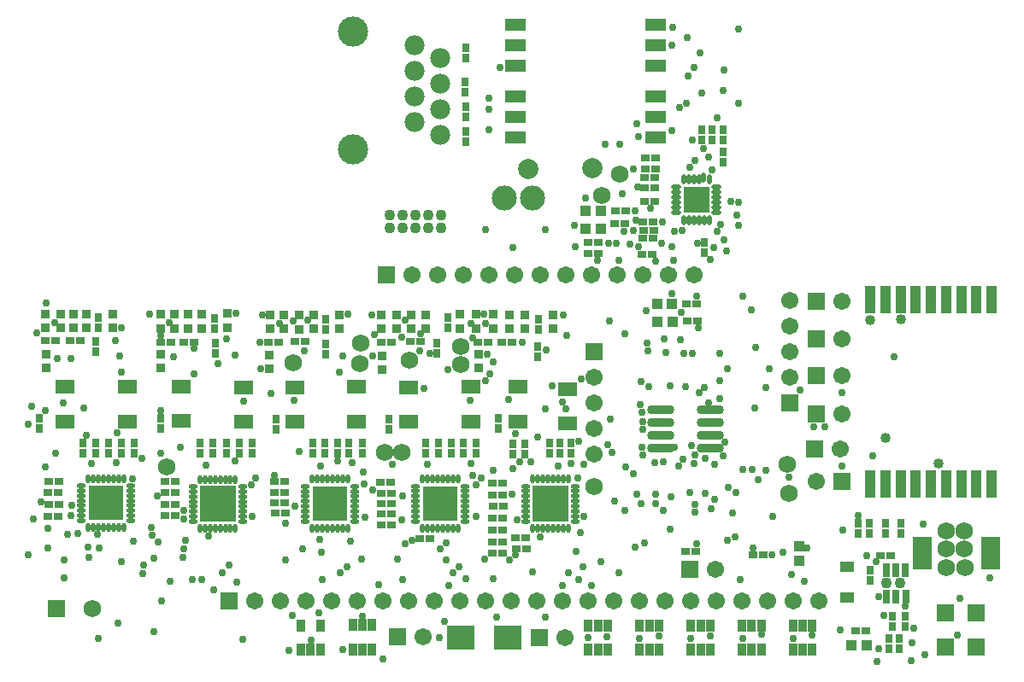
<source format=gts>
%FSLAX24Y24*%
%MOIN*%
G70*
G01*
G75*
G04 Layer_Color=8388736*
%ADD10R,0.0250X0.0200*%
%ADD11R,0.0362X0.0984*%
%ADD12R,0.0276X0.0394*%
%ADD13R,0.0689X0.1181*%
%ADD14R,0.0984X0.0866*%
%ADD15R,0.0200X0.0250*%
%ADD16R,0.0276X0.0394*%
%ADD17R,0.0315X0.0315*%
%ADD18R,0.0669X0.0492*%
%ADD19R,0.0300X0.0300*%
%ADD20R,0.0906X0.0906*%
%ADD21R,0.0600X0.0600*%
%ADD22R,0.0472X0.0354*%
%ADD23R,0.0472X0.0354*%
%ADD24R,0.0315X0.0315*%
%ADD25R,0.0236X0.0472*%
%ADD26O,0.0315X0.0098*%
%ADD27O,0.0098X0.0315*%
%ADD28O,0.0276X0.0098*%
%ADD29O,0.0098X0.0276*%
%ADD30R,0.1299X0.1299*%
%ADD31R,0.0750X0.0400*%
%ADD32R,0.1358X0.1358*%
%ADD33O,0.0984X0.0276*%
%ADD34C,0.0120*%
%ADD35C,0.0100*%
%ADD36C,0.0080*%
%ADD37C,0.0150*%
%ADD38C,0.0300*%
%ADD39C,0.0200*%
%ADD40C,0.0276*%
%ADD41C,0.0600*%
%ADD42C,0.0220*%
%ADD43C,0.0350*%
%ADD44C,0.0700*%
%ADD45C,0.1100*%
%ADD46R,0.0591X0.0591*%
%ADD47C,0.0591*%
%ADD48C,0.0320*%
%ADD49C,0.0354*%
%ADD50R,0.0591X0.0591*%
%ADD51R,0.0600X0.0600*%
%ADD52C,0.0710*%
%ADD53C,0.0900*%
%ADD54C,0.0400*%
G04:AMPARAMS|DCode=55|XSize=42mil|YSize=42mil|CornerRadius=0mil|HoleSize=0mil|Usage=FLASHONLY|Rotation=0.000|XOffset=0mil|YOffset=0mil|HoleType=Round|Shape=Relief|Width=5mil|Gap=5mil|Entries=4|*
%AMTHD55*
7,0,0,0.0420,0.0320,0.0050,45*
%
%ADD55THD55*%
%ADD56C,0.0420*%
%ADD57C,0.0500*%
%ADD58C,0.1400*%
%ADD59C,0.0654*%
%ADD60C,0.0497*%
G04:AMPARAMS|DCode=61|XSize=49.685mil|YSize=49.685mil|CornerRadius=0mil|HoleSize=0mil|Usage=FLASHONLY|Rotation=0.000|XOffset=0mil|YOffset=0mil|HoleType=Round|Shape=Relief|Width=5mil|Gap=5mil|Entries=4|*
%AMTHD61*
7,0,0,0.0497,0.0397,0.0050,45*
%
%ADD61THD61*%
G04:AMPARAMS|DCode=62|XSize=65.433mil|YSize=65.433mil|CornerRadius=0mil|HoleSize=0mil|Usage=FLASHONLY|Rotation=0.000|XOffset=0mil|YOffset=0mil|HoleType=Round|Shape=Relief|Width=5mil|Gap=5mil|Entries=4|*
%AMTHD62*
7,0,0,0.0654,0.0554,0.0050,45*
%
%ADD62THD62*%
G04:AMPARAMS|DCode=63|XSize=60mil|YSize=60mil|CornerRadius=0mil|HoleSize=0mil|Usage=FLASHONLY|Rotation=0.000|XOffset=0mil|YOffset=0mil|HoleType=Round|Shape=Relief|Width=5mil|Gap=5mil|Entries=4|*
%AMTHD63*
7,0,0,0.0600,0.0500,0.0050,45*
%
%ADD63THD63*%
%ADD64C,0.0770*%
%ADD65C,0.0480*%
%ADD66C,0.0090*%
G04:AMPARAMS|DCode=67|XSize=50mil|YSize=50mil|CornerRadius=0mil|HoleSize=0mil|Usage=FLASHONLY|Rotation=0.000|XOffset=0mil|YOffset=0mil|HoleType=Round|Shape=Relief|Width=5mil|Gap=5mil|Entries=4|*
%AMTHD67*
7,0,0,0.0500,0.0400,0.0050,45*
%
%ADD67THD67*%
G04:AMPARAMS|DCode=68|XSize=48mil|YSize=48mil|CornerRadius=0mil|HoleSize=0mil|Usage=FLASHONLY|Rotation=0.000|XOffset=0mil|YOffset=0mil|HoleType=Round|Shape=Relief|Width=5mil|Gap=5mil|Entries=4|*
%AMTHD68*
7,0,0,0.0480,0.0380,0.0050,45*
%
%ADD68THD68*%
%ADD69R,0.0709X0.0394*%
%ADD70R,0.0472X0.0551*%
%ADD71R,0.0394X0.0394*%
%ADD72R,0.0866X0.0984*%
%ADD73R,0.0551X0.0472*%
%ADD74O,0.0709X0.0118*%
%ADD75O,0.0118X0.0709*%
%ADD76R,0.0360X0.0360*%
%ADD77R,0.0360X0.0500*%
%ADD78R,0.0315X0.0354*%
%ADD79R,0.0300X0.0300*%
%ADD80R,0.0709X0.0433*%
%ADD81C,0.0040*%
%ADD82C,0.0098*%
%ADD83C,0.0060*%
%ADD84C,0.0050*%
%ADD85C,0.0197*%
%ADD86C,0.0079*%
%ADD87C,0.0157*%
%ADD88C,0.0030*%
%ADD89C,0.0059*%
%ADD90R,0.0330X0.0280*%
%ADD91R,0.0442X0.1064*%
%ADD92R,0.0356X0.0474*%
%ADD93R,0.0769X0.1261*%
%ADD94R,0.1064X0.0946*%
%ADD95R,0.0280X0.0330*%
%ADD96R,0.0356X0.0474*%
%ADD97R,0.0395X0.0395*%
%ADD98R,0.0749X0.0572*%
%ADD99R,0.0380X0.0380*%
%ADD100R,0.0986X0.0986*%
%ADD101R,0.0680X0.0680*%
%ADD102R,0.0552X0.0434*%
%ADD103R,0.0552X0.0434*%
%ADD104R,0.0395X0.0395*%
%ADD105R,0.0316X0.0552*%
%ADD106O,0.0395X0.0178*%
%ADD107O,0.0178X0.0395*%
%ADD108O,0.0356X0.0178*%
%ADD109O,0.0178X0.0356*%
%ADD110R,0.1379X0.1379*%
%ADD111R,0.0830X0.0480*%
%ADD112R,0.1438X0.1438*%
%ADD113O,0.1064X0.0356*%
%ADD114C,0.0680*%
%ADD115C,0.0300*%
%ADD116C,0.0430*%
%ADD117C,0.0780*%
%ADD118C,0.1180*%
%ADD119R,0.0671X0.0671*%
%ADD120C,0.0671*%
%ADD121C,0.0400*%
%ADD122C,0.0434*%
%ADD123R,0.0671X0.0671*%
%ADD124R,0.0680X0.0680*%
%ADD125C,0.0790*%
%ADD126C,0.0980*%
D90*
X23510Y16535D02*
D03*
X23110D02*
D03*
X25276Y17441D02*
D03*
X25676D02*
D03*
X25354Y20276D02*
D03*
X25754D02*
D03*
X25309Y19488D02*
D03*
X25709D02*
D03*
X25236Y16496D02*
D03*
X25636D02*
D03*
X23110Y16968D02*
D03*
X23510D02*
D03*
X15041Y6755D02*
D03*
X15441Y6755D02*
D03*
X15041Y6365D02*
D03*
X15441D02*
D03*
X34511Y4725D02*
D03*
X34911D02*
D03*
X2081Y7625D02*
D03*
X2481D02*
D03*
X2061Y6255D02*
D03*
X2461D02*
D03*
X2081Y6735D02*
D03*
X2481D02*
D03*
X2071Y7185D02*
D03*
X2471Y7185D02*
D03*
X33571Y1785D02*
D03*
X33971D02*
D03*
X1961Y13125D02*
D03*
X2361D02*
D03*
X3331Y13135D02*
D03*
X2931D02*
D03*
X7771Y13075D02*
D03*
X7371D02*
D03*
X6441D02*
D03*
X6841D02*
D03*
X6631Y7185D02*
D03*
X7031Y7185D02*
D03*
X6621Y6285D02*
D03*
X7021Y6285D02*
D03*
X6631Y7625D02*
D03*
X7031Y7625D02*
D03*
X6631Y6735D02*
D03*
X7031D02*
D03*
X10661Y13075D02*
D03*
X11061D02*
D03*
X11681Y13085D02*
D03*
X12081D02*
D03*
X10911Y6405D02*
D03*
X11311D02*
D03*
X10901Y6815D02*
D03*
X11301D02*
D03*
X10901Y7625D02*
D03*
X11301D02*
D03*
X10901Y7215D02*
D03*
X11301D02*
D03*
X15051Y13075D02*
D03*
X15451D02*
D03*
X16591Y13085D02*
D03*
X16191D02*
D03*
X19401Y7575D02*
D03*
X19801D02*
D03*
X19411Y6665D02*
D03*
X19811Y6665D02*
D03*
X19401Y7115D02*
D03*
X19801D02*
D03*
X20151Y13055D02*
D03*
X19751D02*
D03*
X18821D02*
D03*
X19221D02*
D03*
X25709Y19100D02*
D03*
X25309D02*
D03*
X25748Y19843D02*
D03*
X25348D02*
D03*
X25669Y17756D02*
D03*
X25269D02*
D03*
X25669Y17126D02*
D03*
X25269D02*
D03*
X25711Y18575D02*
D03*
X25311D02*
D03*
X24161Y17705D02*
D03*
X24561D02*
D03*
X24191Y18215D02*
D03*
X24591D02*
D03*
X29571Y4775D02*
D03*
X29971D02*
D03*
X15031Y7595D02*
D03*
X15431D02*
D03*
X27401Y13905D02*
D03*
X27001D02*
D03*
X27341Y14555D02*
D03*
X26941D02*
D03*
X15041Y7165D02*
D03*
X15441D02*
D03*
X16561Y5385D02*
D03*
X16961D02*
D03*
X15441Y5925D02*
D03*
X15041D02*
D03*
X19401Y4835D02*
D03*
X19801D02*
D03*
X19801Y5275D02*
D03*
X19401D02*
D03*
X19401Y5725D02*
D03*
X19801D02*
D03*
X19401Y6185D02*
D03*
X19801D02*
D03*
X20301Y5435D02*
D03*
X20701Y5435D02*
D03*
X20711Y5005D02*
D03*
X20311D02*
D03*
X26931Y4895D02*
D03*
X27331D02*
D03*
D91*
X38858Y14724D02*
D03*
X38268Y14724D02*
D03*
X37677D02*
D03*
X37087D02*
D03*
X36496Y14724D02*
D03*
X35906D02*
D03*
X35315D02*
D03*
X34724D02*
D03*
X34134D02*
D03*
Y7520D02*
D03*
X34724D02*
D03*
X35315D02*
D03*
X35906D02*
D03*
X36496D02*
D03*
X37087D02*
D03*
X37677D02*
D03*
X38268D02*
D03*
X38858D02*
D03*
D92*
X11929Y1063D02*
D03*
X12303D02*
D03*
X12677D02*
D03*
X11929Y2008D02*
D03*
X12677D02*
D03*
D93*
X38809Y4835D02*
D03*
X36151Y4845D02*
D03*
D94*
X18150Y1532D02*
D03*
X20001D02*
D03*
D95*
X28386Y20115D02*
D03*
Y20515D02*
D03*
X34131Y4165D02*
D03*
Y3765D02*
D03*
X18341Y22255D02*
D03*
Y21855D02*
D03*
X18331Y23245D02*
D03*
Y22845D02*
D03*
X18341Y20915D02*
D03*
Y21315D02*
D03*
X18371Y24175D02*
D03*
Y24575D02*
D03*
X6461Y10085D02*
D03*
Y9685D02*
D03*
X5411Y9135D02*
D03*
Y8735D02*
D03*
X4911Y8745D02*
D03*
Y9145D02*
D03*
X3411Y8735D02*
D03*
Y9135D02*
D03*
X35311Y5595D02*
D03*
Y5995D02*
D03*
X34091Y5595D02*
D03*
Y5995D02*
D03*
X9011Y8735D02*
D03*
Y9135D02*
D03*
X10031D02*
D03*
Y8735D02*
D03*
X4411Y8737D02*
D03*
Y9137D02*
D03*
X9521Y8735D02*
D03*
Y9135D02*
D03*
X8491D02*
D03*
Y8735D02*
D03*
X8581Y12635D02*
D03*
Y13035D02*
D03*
X8551Y13605D02*
D03*
Y14005D02*
D03*
X7981Y8735D02*
D03*
Y9135D02*
D03*
X13351Y9125D02*
D03*
Y8725D02*
D03*
X13801Y8735D02*
D03*
Y9135D02*
D03*
X14311D02*
D03*
Y8735D02*
D03*
X12891Y12615D02*
D03*
Y13015D02*
D03*
X12871Y9135D02*
D03*
Y8735D02*
D03*
X10941Y9665D02*
D03*
Y10065D02*
D03*
X18271Y8735D02*
D03*
Y9135D02*
D03*
X17791Y8735D02*
D03*
Y9135D02*
D03*
X18771Y9145D02*
D03*
Y8745D02*
D03*
X16791Y8735D02*
D03*
Y9135D02*
D03*
X17661Y13635D02*
D03*
Y14035D02*
D03*
X17291Y8735D02*
D03*
Y9135D02*
D03*
X17221Y12635D02*
D03*
Y13035D02*
D03*
X15361Y9665D02*
D03*
Y10065D02*
D03*
X22471Y9125D02*
D03*
Y8725D02*
D03*
X21171Y12905D02*
D03*
Y12505D02*
D03*
X22031Y8725D02*
D03*
X22031Y9125D02*
D03*
X21181Y13575D02*
D03*
Y13975D02*
D03*
X21611Y8725D02*
D03*
Y9125D02*
D03*
X20176Y8715D02*
D03*
Y9115D02*
D03*
X20669Y8694D02*
D03*
X20669Y9094D02*
D03*
X19621Y9685D02*
D03*
Y10085D02*
D03*
X27560Y21374D02*
D03*
Y20974D02*
D03*
X27953D02*
D03*
Y21374D02*
D03*
X28386Y20974D02*
D03*
Y21374D02*
D03*
X3921Y12695D02*
D03*
Y13095D02*
D03*
X4011Y14045D02*
D03*
Y13645D02*
D03*
X1721Y9685D02*
D03*
Y10085D02*
D03*
X33641Y5995D02*
D03*
Y5595D02*
D03*
X3911Y8737D02*
D03*
Y9137D02*
D03*
X12381Y8735D02*
D03*
Y9135D02*
D03*
X12891Y13575D02*
D03*
Y13975D02*
D03*
X34731Y5595D02*
D03*
Y5995D02*
D03*
X34981Y1965D02*
D03*
Y2365D02*
D03*
X35501Y1975D02*
D03*
Y2375D02*
D03*
X35271Y1505D02*
D03*
Y1105D02*
D03*
X34851D02*
D03*
Y1505D02*
D03*
X27671Y16565D02*
D03*
Y16965D02*
D03*
D96*
X13957Y1075D02*
D03*
D03*
X14331D02*
D03*
X14705Y1075D02*
D03*
X13957Y2020D02*
D03*
X14331D02*
D03*
X14705D02*
D03*
X31117Y1070D02*
D03*
D03*
X31491D02*
D03*
X31865D02*
D03*
X31117Y2015D02*
D03*
X31491D02*
D03*
X31865D02*
D03*
X29127Y1055D02*
D03*
D03*
X29501D02*
D03*
X29875D02*
D03*
X29127Y2000D02*
D03*
X29501D02*
D03*
X29875D02*
D03*
X27137Y1060D02*
D03*
D03*
X27511D02*
D03*
X27885D02*
D03*
X27137Y2005D02*
D03*
X27511D02*
D03*
X27885D02*
D03*
X25133Y1065D02*
D03*
D03*
X25507D02*
D03*
X25881D02*
D03*
X25133Y2010D02*
D03*
X25507D02*
D03*
X25881D02*
D03*
X23137Y1060D02*
D03*
D03*
X23511D02*
D03*
X23885D02*
D03*
X23137Y2005D02*
D03*
X23511D02*
D03*
X23885D02*
D03*
D97*
X31361Y5116D02*
D03*
Y4525D02*
D03*
D98*
X11701Y11315D02*
D03*
Y9965D02*
D03*
X20401Y11325D02*
D03*
Y9975D02*
D03*
X5161Y9975D02*
D03*
Y11325D02*
D03*
X9701Y9965D02*
D03*
Y11315D02*
D03*
X7251Y11335D02*
D03*
Y9985D02*
D03*
X14081Y9975D02*
D03*
Y11325D02*
D03*
X18541D02*
D03*
Y9975D02*
D03*
X2711Y11325D02*
D03*
Y9975D02*
D03*
X16121Y11305D02*
D03*
Y9955D02*
D03*
X22331Y11235D02*
D03*
Y9885D02*
D03*
D99*
X1971Y13625D02*
D03*
Y14175D02*
D03*
X20051Y13585D02*
D03*
Y14135D02*
D03*
X15081Y11985D02*
D03*
Y12535D02*
D03*
X2541Y13625D02*
D03*
Y14175D02*
D03*
X3041Y13625D02*
D03*
Y14175D02*
D03*
X7511Y13615D02*
D03*
Y14165D02*
D03*
X6981Y13615D02*
D03*
Y14165D02*
D03*
X6441Y13615D02*
D03*
Y14165D02*
D03*
X9061Y13635D02*
D03*
Y14185D02*
D03*
X8061Y13615D02*
D03*
Y14165D02*
D03*
X10711Y13585D02*
D03*
Y14135D02*
D03*
X11851Y13575D02*
D03*
Y14125D02*
D03*
X11271Y13585D02*
D03*
Y14135D02*
D03*
X6461Y12055D02*
D03*
Y12605D02*
D03*
X10681Y12575D02*
D03*
Y12025D02*
D03*
X13411Y13595D02*
D03*
Y14145D02*
D03*
X12420Y13585D02*
D03*
Y14135D02*
D03*
X16221Y13585D02*
D03*
Y14135D02*
D03*
X15641Y13585D02*
D03*
Y14135D02*
D03*
X15071Y13585D02*
D03*
Y14135D02*
D03*
X18121Y13605D02*
D03*
Y14155D02*
D03*
X16781Y14135D02*
D03*
Y13585D02*
D03*
X21761D02*
D03*
Y14135D02*
D03*
X19431Y13605D02*
D03*
Y14155D02*
D03*
X18771Y13605D02*
D03*
Y14155D02*
D03*
X20641Y13585D02*
D03*
Y14135D02*
D03*
X4591Y14175D02*
D03*
Y13625D02*
D03*
X1981Y12065D02*
D03*
Y12615D02*
D03*
X3551Y13625D02*
D03*
Y14175D02*
D03*
X18851Y12065D02*
D03*
Y12615D02*
D03*
D100*
X27350Y18638D02*
D03*
D101*
X38241Y1165D02*
D03*
Y2515D02*
D03*
X37051Y1165D02*
D03*
Y2515D02*
D03*
D102*
X33231Y4305D02*
D03*
D103*
Y3105D02*
D03*
D104*
X23623Y18186D02*
D03*
X23032D02*
D03*
X33391Y1235D02*
D03*
X33982D02*
D03*
X23623Y17516D02*
D03*
X23032D02*
D03*
X25821Y13875D02*
D03*
X26412D02*
D03*
X25811Y14575D02*
D03*
X26402D02*
D03*
D105*
X35491Y4165D02*
D03*
X35117D02*
D03*
X34743D02*
D03*
X35511Y3142D02*
D03*
X35117D02*
D03*
X34743D02*
D03*
D106*
X28137Y19130D02*
D03*
Y18933D02*
D03*
Y18736D02*
D03*
Y18539D02*
D03*
Y18343D02*
D03*
Y18146D02*
D03*
X26562D02*
D03*
Y18343D02*
D03*
Y18539D02*
D03*
Y18736D02*
D03*
Y19130D02*
D03*
Y18933D02*
D03*
D107*
X27842Y17850D02*
D03*
X27645D02*
D03*
X27251D02*
D03*
X27054D02*
D03*
X26858D02*
D03*
Y19425D02*
D03*
X27054D02*
D03*
X27251D02*
D03*
X27448D02*
D03*
X27638Y19485D02*
D03*
X27842Y19425D02*
D03*
X27448Y17850D02*
D03*
D108*
X5286Y6096D02*
D03*
Y6490D02*
D03*
Y6687D02*
D03*
Y6884D02*
D03*
Y7081D02*
D03*
Y7277D02*
D03*
Y7474D02*
D03*
X3357D02*
D03*
Y7277D02*
D03*
Y7081D02*
D03*
Y6884D02*
D03*
Y6687D02*
D03*
Y6490D02*
D03*
Y6293D02*
D03*
Y6096D02*
D03*
X14016Y6066D02*
D03*
Y6263D02*
D03*
Y6460D02*
D03*
Y6657D02*
D03*
Y6854D02*
D03*
Y7051D02*
D03*
Y7247D02*
D03*
Y7444D02*
D03*
X12087D02*
D03*
Y7247D02*
D03*
Y7051D02*
D03*
Y6854D02*
D03*
Y6657D02*
D03*
Y6460D02*
D03*
Y6263D02*
D03*
Y6066D02*
D03*
X18324Y6072D02*
D03*
Y6269D02*
D03*
Y6465D02*
D03*
Y6662D02*
D03*
Y6859D02*
D03*
Y7056D02*
D03*
Y7253D02*
D03*
Y7450D02*
D03*
X16395D02*
D03*
Y7253D02*
D03*
Y7056D02*
D03*
Y6859D02*
D03*
Y6662D02*
D03*
Y6465D02*
D03*
Y6269D02*
D03*
Y6072D02*
D03*
X5286Y6293D02*
D03*
X9644Y6062D02*
D03*
Y6259D02*
D03*
Y6455D02*
D03*
Y6652D02*
D03*
Y6849D02*
D03*
Y7046D02*
D03*
Y7243D02*
D03*
Y7440D02*
D03*
X7715D02*
D03*
Y7243D02*
D03*
Y7046D02*
D03*
Y6849D02*
D03*
Y6652D02*
D03*
Y6455D02*
D03*
Y6259D02*
D03*
Y6062D02*
D03*
X22625Y6072D02*
D03*
Y6269D02*
D03*
Y6465D02*
D03*
Y6662D02*
D03*
Y6859D02*
D03*
Y7056D02*
D03*
Y7253D02*
D03*
Y7450D02*
D03*
X20696D02*
D03*
Y7253D02*
D03*
Y7056D02*
D03*
Y6859D02*
D03*
Y6662D02*
D03*
Y6465D02*
D03*
Y6269D02*
D03*
Y6072D02*
D03*
D109*
X5010Y7750D02*
D03*
X4813D02*
D03*
X4617D02*
D03*
X4420D02*
D03*
X4223D02*
D03*
X4026D02*
D03*
X3829D02*
D03*
X3632D02*
D03*
Y5821D02*
D03*
X3829D02*
D03*
X4026D02*
D03*
X4223D02*
D03*
X4420D02*
D03*
X4617D02*
D03*
X4813D02*
D03*
X5010D02*
D03*
X13740Y7720D02*
D03*
X13543D02*
D03*
X13347D02*
D03*
X13150D02*
D03*
X12953D02*
D03*
X12756D02*
D03*
X12559D02*
D03*
X12362D02*
D03*
Y5791D02*
D03*
X12559D02*
D03*
X12756D02*
D03*
X12953D02*
D03*
X13150D02*
D03*
X13347D02*
D03*
X13543D02*
D03*
X13740D02*
D03*
X18049Y7725D02*
D03*
X17852D02*
D03*
X17655D02*
D03*
X17458D02*
D03*
X17261D02*
D03*
X17064D02*
D03*
X16868D02*
D03*
X16671D02*
D03*
Y5796D02*
D03*
X16868D02*
D03*
X17064D02*
D03*
X17261D02*
D03*
X17458D02*
D03*
X17655D02*
D03*
X17852D02*
D03*
X18049D02*
D03*
X9369Y7715D02*
D03*
X9172D02*
D03*
X8975D02*
D03*
X8778D02*
D03*
X8581D02*
D03*
X8384D02*
D03*
X7991D02*
D03*
Y5786D02*
D03*
X8188D02*
D03*
X8384D02*
D03*
X8581D02*
D03*
X8778D02*
D03*
X8975D02*
D03*
X9172D02*
D03*
X9369D02*
D03*
X22349Y7725D02*
D03*
X22152D02*
D03*
X21956D02*
D03*
X21759D02*
D03*
X21562D02*
D03*
X21168D02*
D03*
X20971D02*
D03*
Y5796D02*
D03*
X21168D02*
D03*
X21365D02*
D03*
X21562D02*
D03*
X21759D02*
D03*
X21956D02*
D03*
X22152D02*
D03*
X22349D02*
D03*
X8188Y7715D02*
D03*
X21365Y7725D02*
D03*
D110*
X4321Y6785D02*
D03*
X13051Y6755D02*
D03*
X17360Y6761D02*
D03*
D111*
X20299Y21074D02*
D03*
Y21874D02*
D03*
Y22674D02*
D03*
Y23874D02*
D03*
Y24674D02*
D03*
Y25474D02*
D03*
X25749D02*
D03*
Y24674D02*
D03*
Y23874D02*
D03*
Y22674D02*
D03*
Y21874D02*
D03*
Y21074D02*
D03*
D112*
X8680Y6751D02*
D03*
X21660Y6761D02*
D03*
D113*
X25947Y10445D02*
D03*
Y9945D02*
D03*
Y9445D02*
D03*
Y8945D02*
D03*
X27876Y10445D02*
D03*
Y9945D02*
D03*
Y9445D02*
D03*
Y8945D02*
D03*
D114*
X23651Y18815D02*
D03*
X6693Y8189D02*
D03*
X24371Y19635D02*
D03*
X23341Y7445D02*
D03*
X30941Y7155D02*
D03*
X30881Y8305D02*
D03*
X18150Y12913D02*
D03*
X18151Y12185D02*
D03*
X16141Y12355D02*
D03*
X15191Y8765D02*
D03*
X15871Y8775D02*
D03*
X14221Y12235D02*
D03*
X14241Y13035D02*
D03*
X11631Y12275D02*
D03*
X3780Y2677D02*
D03*
X37087Y5709D02*
D03*
Y5000D02*
D03*
X37795D02*
D03*
X37835Y4252D02*
D03*
X37087D02*
D03*
X37795Y5709D02*
D03*
D115*
X21457Y17480D02*
D03*
X23504Y16260D02*
D03*
X25079Y16811D02*
D03*
X26024Y17756D02*
D03*
X25977Y16930D02*
D03*
X24882Y19843D02*
D03*
X24331Y16260D02*
D03*
X22638Y16811D02*
D03*
X25551Y18307D02*
D03*
X24951Y18195D02*
D03*
X29521Y8105D02*
D03*
X30041Y8065D02*
D03*
X29161Y8095D02*
D03*
X20472Y8386D02*
D03*
X35044Y12515D02*
D03*
X24370Y20787D02*
D03*
X20197Y16772D02*
D03*
X19111Y17464D02*
D03*
X9646Y1457D02*
D03*
X6191Y1772D02*
D03*
X4016Y1496D02*
D03*
X1291Y4764D02*
D03*
X1496Y6181D02*
D03*
X1969Y8189D02*
D03*
X1299Y9882D02*
D03*
X1417Y10551D02*
D03*
X34213Y8622D02*
D03*
X26496Y17402D02*
D03*
X23780Y20787D02*
D03*
X25748Y6772D02*
D03*
X24331Y4055D02*
D03*
X27245Y23815D02*
D03*
X28425Y23701D02*
D03*
X17362Y5000D02*
D03*
X20276Y4764D02*
D03*
X24528Y17402D02*
D03*
X11083Y13795D02*
D03*
X12205Y13937D02*
D03*
X17520Y2165D02*
D03*
X25197Y6772D02*
D03*
X28898Y7201D02*
D03*
X28071Y6926D02*
D03*
X25749Y7130D02*
D03*
X19681Y23785D02*
D03*
X1971Y10385D02*
D03*
X1611Y13425D02*
D03*
X2941Y12435D02*
D03*
X2001Y14605D02*
D03*
X7771Y12835D02*
D03*
X11621Y13915D02*
D03*
X20956Y4100D02*
D03*
X29051Y3805D02*
D03*
X22671Y4915D02*
D03*
X6351Y5255D02*
D03*
X6121Y5525D02*
D03*
X18941Y7765D02*
D03*
X25161Y10635D02*
D03*
X25181Y11525D02*
D03*
X26081Y13215D02*
D03*
X19431Y8065D02*
D03*
X26391Y16785D02*
D03*
X24881Y17425D02*
D03*
X30301Y4775D02*
D03*
X33641Y6295D02*
D03*
X33071Y5725D02*
D03*
X34441Y3145D02*
D03*
X31551Y3725D02*
D03*
X31641Y5045D02*
D03*
X30721Y4855D02*
D03*
X29571Y5035D02*
D03*
X29761Y7695D02*
D03*
X27281Y6735D02*
D03*
X27351Y5205D02*
D03*
X25241Y9665D02*
D03*
X19431Y3825D02*
D03*
X21461Y2325D02*
D03*
X22961Y8295D02*
D03*
X11441Y1035D02*
D03*
X19551Y2345D02*
D03*
X21453Y10453D02*
D03*
X22271D02*
D03*
X26331Y11355D02*
D03*
X15121Y705D02*
D03*
X11591Y2395D02*
D03*
X12321Y1425D02*
D03*
X14331Y2365D02*
D03*
X13571Y1075D02*
D03*
X33031Y11085D02*
D03*
X29611Y10485D02*
D03*
X30951Y7785D02*
D03*
X29501Y14325D02*
D03*
X28581Y7385D02*
D03*
X30311Y6265D02*
D03*
X30191Y12025D02*
D03*
X31401Y11185D02*
D03*
X29141Y14855D02*
D03*
X27371D02*
D03*
X27441Y11095D02*
D03*
X26141Y12655D02*
D03*
X25431Y13035D02*
D03*
X21141Y9365D02*
D03*
X25451Y12725D02*
D03*
X27191Y12635D02*
D03*
X26851D02*
D03*
X29641Y12865D02*
D03*
X26381Y14955D02*
D03*
X27421Y13625D02*
D03*
X27891Y16295D02*
D03*
X28551Y12035D02*
D03*
X28261Y12635D02*
D03*
X26921Y11335D02*
D03*
X22291Y13335D02*
D03*
X19051Y14165D02*
D03*
X19121Y13785D02*
D03*
X24541Y13385D02*
D03*
X20031Y10845D02*
D03*
X14961Y3595D02*
D03*
X14351Y7995D02*
D03*
X12621Y2485D02*
D03*
X11856Y8790D02*
D03*
X12741Y3815D02*
D03*
X11671Y10795D02*
D03*
X17601Y4555D02*
D03*
X18341Y3835D02*
D03*
X15881Y3805D02*
D03*
X15851Y6135D02*
D03*
X14721Y7295D02*
D03*
X15901Y7065D02*
D03*
X30061Y11305D02*
D03*
X22731Y7755D02*
D03*
X18741Y7505D02*
D03*
X14391Y7535D02*
D03*
X9981Y7515D02*
D03*
X5361Y7735D02*
D03*
X4741Y9525D02*
D03*
X4931Y11915D02*
D03*
X17581Y5245D02*
D03*
X16571Y12725D02*
D03*
X19131Y11555D02*
D03*
X18555Y8331D02*
D03*
X17651Y11985D02*
D03*
X14801Y13355D02*
D03*
X16951Y12645D02*
D03*
X16711Y11255D02*
D03*
X7221Y8965D02*
D03*
X10161Y7775D02*
D03*
X22971Y6275D02*
D03*
X18751Y6265D02*
D03*
X14431Y6235D02*
D03*
X10021Y6255D02*
D03*
X6101Y5845D02*
D03*
X25011Y7135D02*
D03*
X24961Y5075D02*
D03*
X18091Y4315D02*
D03*
X22761Y9205D02*
D03*
X22911Y4315D02*
D03*
X24041Y8765D02*
D03*
X23891Y9065D02*
D03*
X2661Y10685D02*
D03*
X22131Y10735D02*
D03*
X6441Y8735D02*
D03*
X23951Y13905D02*
D03*
X22851Y11635D02*
D03*
X25241Y9975D02*
D03*
X25231Y10325D02*
D03*
X26501Y8955D02*
D03*
X23981Y10075D02*
D03*
X17691Y3575D02*
D03*
X8536Y3400D02*
D03*
X11991Y4985D02*
D03*
X13731Y4315D02*
D03*
X13869Y5308D02*
D03*
X12731Y4865D02*
D03*
X14281Y4605D02*
D03*
X11691Y6665D02*
D03*
X11311Y5985D02*
D03*
X10901Y7875D02*
D03*
X13931Y8375D02*
D03*
X13541Y12535D02*
D03*
X13411Y11905D02*
D03*
X12071Y12745D02*
D03*
X10741Y11055D02*
D03*
X10331Y13075D02*
D03*
X13346Y8440D02*
D03*
X16581Y13385D02*
D03*
X16001Y13925D02*
D03*
X28771Y6395D02*
D03*
X28861Y5475D02*
D03*
X25316Y5233D02*
D03*
X27301Y6435D02*
D03*
X26341Y7045D02*
D03*
X27931Y6575D02*
D03*
X27271Y8335D02*
D03*
X27081Y7185D02*
D03*
X27681Y7175D02*
D03*
X31861Y1625D02*
D03*
X31115Y1509D02*
D03*
X29875Y1659D02*
D03*
X29141Y1495D02*
D03*
X27881Y1605D02*
D03*
X27131Y1485D02*
D03*
X25881Y1585D02*
D03*
X25121Y1495D02*
D03*
X31051Y3985D02*
D03*
X26071Y6495D02*
D03*
X24571D02*
D03*
X24141Y6855D02*
D03*
X23861Y1565D02*
D03*
X23131Y1545D02*
D03*
X28571Y5335D02*
D03*
X25497Y11335D02*
D03*
X27831Y10715D02*
D03*
X27661Y11315D02*
D03*
X28241Y11575D02*
D03*
X26671Y8225D02*
D03*
X22361Y4075D02*
D03*
X17841D02*
D03*
X13451Y4065D02*
D03*
X6191Y4635D02*
D03*
X7371Y4985D02*
D03*
X7311Y4675D02*
D03*
X8321Y5495D02*
D03*
X4041Y5035D02*
D03*
X3991Y5555D02*
D03*
X2071Y5035D02*
D03*
X3561Y9435D02*
D03*
X6461Y10395D02*
D03*
X9681Y10775D02*
D03*
X8691Y12235D02*
D03*
X22171Y14125D02*
D03*
X13761Y14155D02*
D03*
X18511Y10795D02*
D03*
X15861Y13255D02*
D03*
X14731Y12535D02*
D03*
X14681Y14135D02*
D03*
X10351Y12035D02*
D03*
X10431Y14125D02*
D03*
X5401Y5295D02*
D03*
X9431Y3685D02*
D03*
X7681Y3805D02*
D03*
X7421Y5325D02*
D03*
X8051Y3805D02*
D03*
X7341Y6155D02*
D03*
X7351Y6515D02*
D03*
X6311Y7075D02*
D03*
X6811Y3735D02*
D03*
X3661Y4655D02*
D03*
X2691Y3855D02*
D03*
Y4565D02*
D03*
X2821Y5565D02*
D03*
X2431Y12445D02*
D03*
X4681Y13145D02*
D03*
X3461Y10485D02*
D03*
X4931Y13645D02*
D03*
X6031Y14175D02*
D03*
X9381Y14215D02*
D03*
X9011Y13195D02*
D03*
X6441Y13345D02*
D03*
X9371Y12565D02*
D03*
X6941Y12485D02*
D03*
X6781Y13825D02*
D03*
X7771Y11835D02*
D03*
X9345Y8449D02*
D03*
X2991Y6685D02*
D03*
X1801Y6845D02*
D03*
X2051Y5785D02*
D03*
X2371Y8735D02*
D03*
X4801Y2095D02*
D03*
X5801Y4355D02*
D03*
X9121D02*
D03*
X5751Y4046D02*
D03*
X8851Y4055D02*
D03*
X3221Y5585D02*
D03*
X2971Y6305D02*
D03*
X3621Y5055D02*
D03*
X5731Y8535D02*
D03*
X6481Y2975D02*
D03*
X4931Y4515D02*
D03*
X15481Y8315D02*
D03*
X18611Y7875D02*
D03*
X20291Y9505D02*
D03*
X20551Y13065D02*
D03*
X19201Y12595D02*
D03*
X19431Y12305D02*
D03*
X21721Y11375D02*
D03*
X21501Y12755D02*
D03*
X18631Y13245D02*
D03*
X18571Y13815D02*
D03*
X22471Y8345D02*
D03*
X21951Y8245D02*
D03*
X19281Y11845D02*
D03*
X25221Y8975D02*
D03*
X26821Y8505D02*
D03*
X25251Y8655D02*
D03*
X24881Y7945D02*
D03*
X26047Y8417D02*
D03*
X25737Y8359D02*
D03*
X27146Y9030D02*
D03*
X26711Y13165D02*
D03*
X20161Y7125D02*
D03*
X20370Y6121D02*
D03*
X19101Y4605D02*
D03*
X20051Y4555D02*
D03*
X22831Y5635D02*
D03*
X37638Y3067D02*
D03*
X34391Y585D02*
D03*
X33986Y4750D02*
D03*
X36182Y5981D02*
D03*
X27091Y19885D02*
D03*
X24451Y18855D02*
D03*
X27281Y20155D02*
D03*
X28031Y16755D02*
D03*
X28301Y17675D02*
D03*
X27383Y16934D02*
D03*
X28411Y17055D02*
D03*
X24981Y17835D02*
D03*
X25041Y19145D02*
D03*
X28142Y17413D02*
D03*
X29001Y22415D02*
D03*
X27611Y20625D02*
D03*
X22591Y17645D02*
D03*
X27821Y20305D02*
D03*
X23011Y18695D02*
D03*
X28675Y18581D02*
D03*
X29001Y18535D02*
D03*
X28921Y18035D02*
D03*
X27941Y19785D02*
D03*
X24231Y16945D02*
D03*
X25381Y14295D02*
D03*
X26761Y14235D02*
D03*
X26471Y16265D02*
D03*
X25741Y16235D02*
D03*
X28511Y16635D02*
D03*
X26801Y17435D02*
D03*
X23921Y16945D02*
D03*
X15981Y5185D02*
D03*
X16248Y5340D02*
D03*
X15691Y4595D02*
D03*
X12641Y5365D02*
D03*
X28271Y10865D02*
D03*
X21241Y5465D02*
D03*
X4841Y12525D02*
D03*
X11331Y4575D02*
D03*
X24591Y8195D02*
D03*
X24751Y16895D02*
D03*
X26975Y24951D02*
D03*
X28977Y25311D02*
D03*
X26418Y25351D02*
D03*
X27481Y24367D02*
D03*
X26379Y24682D02*
D03*
X27009Y23461D02*
D03*
X28150Y21847D02*
D03*
X26969Y22398D02*
D03*
X25079Y21099D02*
D03*
X27540Y22793D02*
D03*
X27205Y20981D02*
D03*
X19253Y22162D02*
D03*
Y22595D02*
D03*
Y21374D02*
D03*
X38780Y3855D02*
D03*
X37520Y1650D02*
D03*
X26339Y5784D02*
D03*
X22131Y3575D02*
D03*
X22761Y3815D02*
D03*
X23261Y3575D02*
D03*
X23623Y4485D02*
D03*
X32953Y1847D02*
D03*
X34371Y4485D02*
D03*
X35473Y2752D02*
D03*
X36260Y863D02*
D03*
X34449Y1099D02*
D03*
X35721Y625D02*
D03*
X35741Y1345D02*
D03*
X35821Y1885D02*
D03*
X34646Y2398D02*
D03*
X17323Y1532D02*
D03*
X2323Y13819D02*
D03*
X4725Y8382D02*
D03*
X25039Y21614D02*
D03*
X28386Y22913D02*
D03*
X26379Y21335D02*
D03*
X26694Y22241D02*
D03*
X3760Y8327D02*
D03*
X8228Y8268D02*
D03*
X12677Y8228D02*
D03*
X16850Y8307D02*
D03*
X20176Y8147D02*
D03*
X20878Y8394D02*
D03*
X27701Y8525D02*
D03*
X28041Y8305D02*
D03*
X28465Y9173D02*
D03*
X28386Y8622D02*
D03*
X27283Y8661D02*
D03*
X32362Y9764D02*
D03*
X31929D02*
D03*
X28976Y17638D02*
D03*
X33031Y8228D02*
D03*
D116*
X35276Y3661D02*
D03*
X34764D02*
D03*
D117*
X17361Y22155D02*
D03*
X16361Y21655D02*
D03*
X16361Y23655D02*
D03*
X17361Y24155D02*
D03*
X16361Y22655D02*
D03*
X17351Y21155D02*
D03*
X16351Y24655D02*
D03*
X17351Y23155D02*
D03*
D118*
X13951Y20605D02*
D03*
Y25205D02*
D03*
D119*
X15691Y1565D02*
D03*
X32021Y13215D02*
D03*
X31969Y8898D02*
D03*
X32008Y10276D02*
D03*
X33021Y7645D02*
D03*
X32021Y11775D02*
D03*
X32011Y14675D02*
D03*
X9131Y2965D02*
D03*
X21231Y1545D02*
D03*
X15261Y15715D02*
D03*
X27081Y4215D02*
D03*
D120*
X16691Y1565D02*
D03*
X33021Y13215D02*
D03*
X32968Y8898D02*
D03*
X33008Y10276D02*
D03*
X32021Y7645D02*
D03*
X33021Y11775D02*
D03*
X33011Y14675D02*
D03*
X30984Y14709D02*
D03*
Y13709D02*
D03*
Y12709D02*
D03*
Y11709D02*
D03*
X10131Y2965D02*
D03*
X11131D02*
D03*
X12131D02*
D03*
X13131D02*
D03*
X14131D02*
D03*
X15131D02*
D03*
X16131D02*
D03*
X17131D02*
D03*
X18131D02*
D03*
X19131D02*
D03*
X20131D02*
D03*
X21131D02*
D03*
X22131D02*
D03*
X23131D02*
D03*
X24131D02*
D03*
X25131D02*
D03*
X26131D02*
D03*
X27131D02*
D03*
X28131D02*
D03*
X29131D02*
D03*
X30131D02*
D03*
X31131D02*
D03*
X32131D02*
D03*
X22231Y1545D02*
D03*
X16261Y15715D02*
D03*
X17261D02*
D03*
X18261D02*
D03*
X19261D02*
D03*
X20261D02*
D03*
X21261D02*
D03*
X22261D02*
D03*
X23261D02*
D03*
X24261D02*
D03*
X25261D02*
D03*
X26261D02*
D03*
X27261D02*
D03*
X23361Y11685D02*
D03*
Y10685D02*
D03*
Y9685D02*
D03*
Y8685D02*
D03*
X28081Y4215D02*
D03*
D121*
X21660Y6761D02*
D03*
X17360Y6761D02*
D03*
X13051Y6755D02*
D03*
X8680Y6751D02*
D03*
X4321Y6785D02*
D03*
X34134Y13937D02*
D03*
X35315Y13976D02*
D03*
X34724Y9331D02*
D03*
X36788Y8346D02*
D03*
D122*
X15394Y17531D02*
D03*
X15894D02*
D03*
X16394D02*
D03*
X16894D02*
D03*
X17394D02*
D03*
X15394Y18032D02*
D03*
X15894Y18031D02*
D03*
X16394Y18032D02*
D03*
X16894D02*
D03*
X17394D02*
D03*
D123*
X30984Y10709D02*
D03*
X23361Y12685D02*
D03*
D124*
X2402Y2677D02*
D03*
D125*
X23281Y19875D02*
D03*
X20781Y19835D02*
D03*
D126*
X19871Y18715D02*
D03*
X20961D02*
D03*
M02*

</source>
